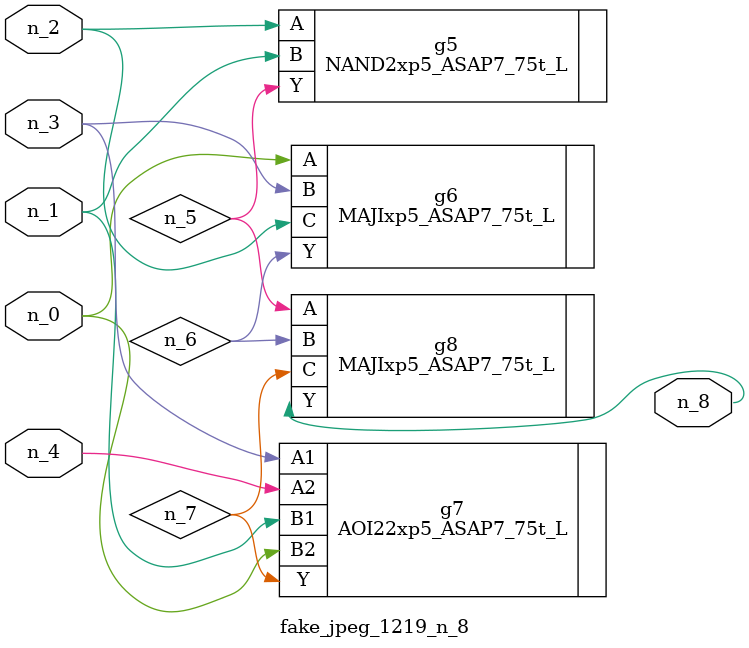
<source format=v>
module fake_jpeg_1219_n_8 (n_3, n_2, n_1, n_0, n_4, n_8);

input n_3;
input n_2;
input n_1;
input n_0;
input n_4;

output n_8;

wire n_6;
wire n_5;
wire n_7;

NAND2xp5_ASAP7_75t_L g5 ( 
.A(n_2),
.B(n_1),
.Y(n_5)
);

MAJIxp5_ASAP7_75t_L g6 ( 
.A(n_0),
.B(n_3),
.C(n_2),
.Y(n_6)
);

AOI22xp5_ASAP7_75t_L g7 ( 
.A1(n_3),
.A2(n_4),
.B1(n_1),
.B2(n_0),
.Y(n_7)
);

MAJIxp5_ASAP7_75t_L g8 ( 
.A(n_5),
.B(n_6),
.C(n_7),
.Y(n_8)
);


endmodule
</source>
